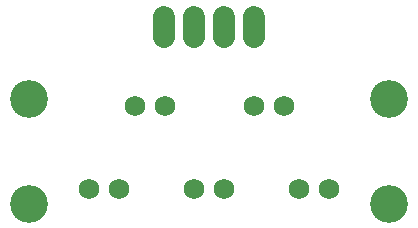
<source format=gbr>
G04 EAGLE Gerber RS-274X export*
G75*
%MOMM*%
%FSLAX34Y34*%
%LPD*%
%INSoldermask Top*%
%IPPOS*%
%AMOC8*
5,1,8,0,0,1.08239X$1,22.5*%
G01*
%ADD10C,3.203200*%
%ADD11C,1.733200*%
%ADD12C,1.903200*%


D10*
X330200Y127000D03*
X330200Y38100D03*
X25400Y38100D03*
X25400Y127000D03*
D11*
X279400Y50800D03*
X254000Y50800D03*
X190500Y50800D03*
X165100Y50800D03*
X101600Y50800D03*
X76200Y50800D03*
X241300Y120650D03*
X215900Y120650D03*
X140970Y120650D03*
X115570Y120650D03*
D12*
X139700Y179460D02*
X139700Y196460D01*
X165100Y196460D02*
X165100Y179460D01*
X190500Y179460D02*
X190500Y196460D01*
X215900Y196460D02*
X215900Y179460D01*
M02*

</source>
